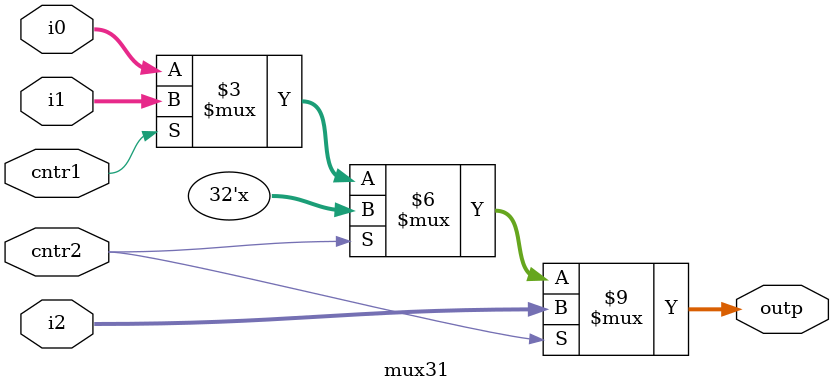
<source format=v>
module mux31(outp,i0,i1,i2,cntr1,cntr2);
  output [31:0] outp;
  input [31:0] i0,i1,i2;
  input cntr1,cntr2;
  reg [31:0]outp;

  always@(i0 or i1 or i2 or cntr1 or cntr2)begin
   if(cntr2)
     outp = i2; 
   else if(cntr1)
     outp = i1;
   else
     outp = i0;
   end
endmodule


</source>
